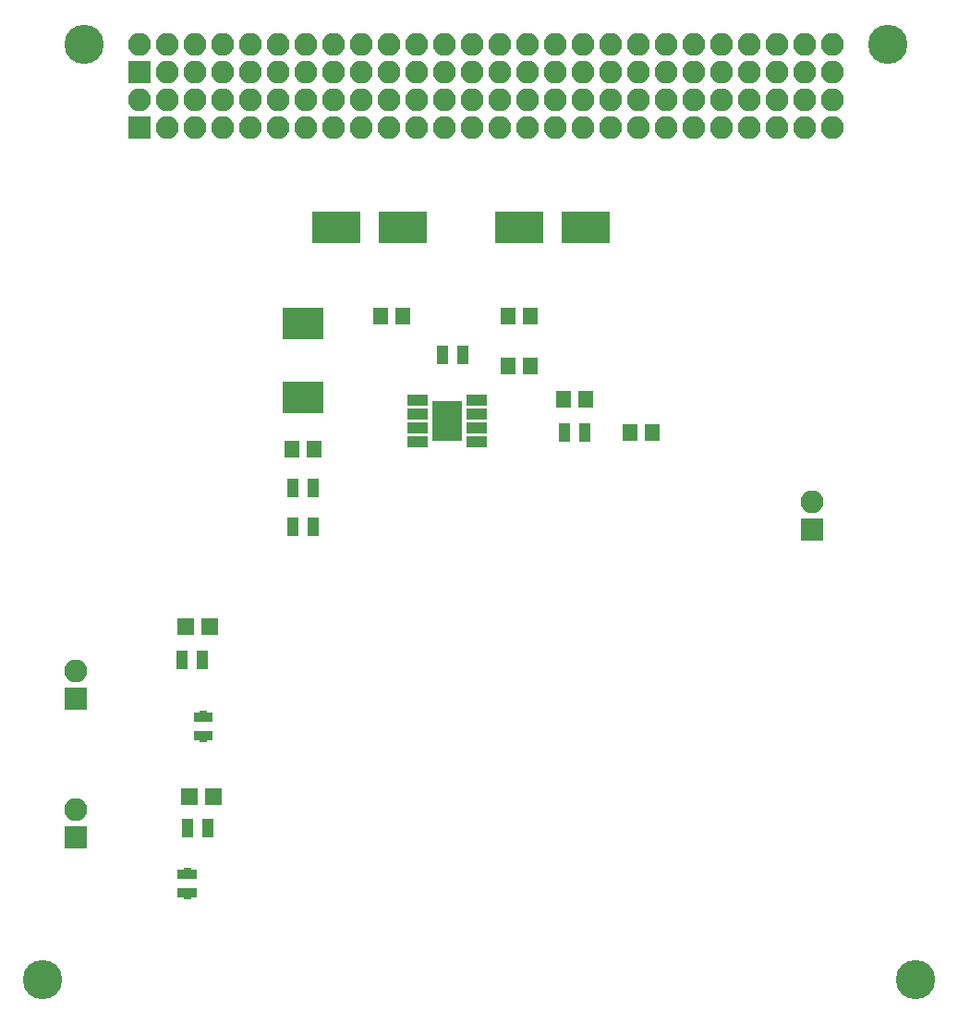
<source format=gts>
G04 #@! TF.GenerationSoftware,KiCad,Pcbnew,5.0.0*
G04 #@! TF.CreationDate,2018-07-30T09:59:34-05:00*
G04 #@! TF.ProjectId,PowerBoard,506F776572426F6172642E6B69636164,rev?*
G04 #@! TF.SameCoordinates,Original*
G04 #@! TF.FileFunction,Soldermask,Top*
G04 #@! TF.FilePolarity,Negative*
%FSLAX46Y46*%
G04 Gerber Fmt 4.6, Leading zero omitted, Abs format (unit mm)*
G04 Created by KiCad (PCBNEW 5.0.0) date Mon Jul 30 09:59:34 2018*
%MOMM*%
%LPD*%
G01*
G04 APERTURE LIST*
%ADD10R,4.400000X2.900000*%
%ADD11R,1.400000X1.650000*%
%ADD12R,3.700000X2.900000*%
%ADD13R,1.600000X1.600000*%
%ADD14R,2.100000X2.100000*%
%ADD15O,2.100000X2.100000*%
%ADD16R,1.100000X1.700000*%
%ADD17R,1.950000X1.000000*%
%ADD18R,1.600000X2.000000*%
%ADD19R,0.775000X0.900000*%
%ADD20R,0.700000X1.050000*%
%ADD21C,3.600000*%
G04 APERTURE END LIST*
D10*
G04 #@! TO.C,C1*
X152906000Y-70104000D03*
X159006000Y-70104000D03*
G04 #@! TD*
D11*
G04 #@! TO.C,C2*
X151908000Y-78232000D03*
X153908000Y-78232000D03*
G04 #@! TD*
G04 #@! TO.C,C3*
X163084000Y-88900000D03*
X165084000Y-88900000D03*
G04 #@! TD*
G04 #@! TO.C,C4*
X153908000Y-82804000D03*
X151908000Y-82804000D03*
G04 #@! TD*
G04 #@! TO.C,C5*
X156988000Y-85852000D03*
X158988000Y-85852000D03*
G04 #@! TD*
G04 #@! TO.C,C6*
X132096000Y-90424000D03*
X134096000Y-90424000D03*
G04 #@! TD*
G04 #@! TO.C,C7*
X142224000Y-78232000D03*
X140224000Y-78232000D03*
G04 #@! TD*
D10*
G04 #@! TO.C,C8*
X142242000Y-70104000D03*
X136142000Y-70104000D03*
G04 #@! TD*
D12*
G04 #@! TO.C,D1*
X133096000Y-78896000D03*
X133096000Y-85696000D03*
G04 #@! TD*
D13*
G04 #@! TO.C,D2*
X122344000Y-106680000D03*
X124544000Y-106680000D03*
G04 #@! TD*
D14*
G04 #@! TO.C,H1*
X118110000Y-60960000D03*
D15*
X118110000Y-58420000D03*
X120650000Y-60960000D03*
X120650000Y-58420000D03*
X123190000Y-60960000D03*
X123190000Y-58420000D03*
X125730000Y-60960000D03*
X125730000Y-58420000D03*
X128270000Y-60960000D03*
X128270000Y-58420000D03*
X130810000Y-60960000D03*
X130810000Y-58420000D03*
X133350000Y-60960000D03*
X133350000Y-58420000D03*
X135890000Y-60960000D03*
X135890000Y-58420000D03*
X138430000Y-60960000D03*
X138430000Y-58420000D03*
X140970000Y-60960000D03*
X140970000Y-58420000D03*
X143510000Y-60960000D03*
X143510000Y-58420000D03*
X146050000Y-60960000D03*
X146050000Y-58420000D03*
X148590000Y-60960000D03*
X148590000Y-58420000D03*
X151130000Y-60960000D03*
X151130000Y-58420000D03*
X153670000Y-60960000D03*
X153670000Y-58420000D03*
X156210000Y-60960000D03*
X156210000Y-58420000D03*
X158750000Y-60960000D03*
X158750000Y-58420000D03*
X161290000Y-60960000D03*
X161290000Y-58420000D03*
X163830000Y-60960000D03*
X163830000Y-58420000D03*
X166370000Y-60960000D03*
X166370000Y-58420000D03*
X168910000Y-60960000D03*
X168910000Y-58420000D03*
X171450000Y-60960000D03*
X171450000Y-58420000D03*
X173990000Y-60960000D03*
X173990000Y-58420000D03*
X176530000Y-60960000D03*
X176530000Y-58420000D03*
X179070000Y-60960000D03*
X179070000Y-58420000D03*
X181610000Y-60960000D03*
X181610000Y-58420000D03*
G04 #@! TD*
D14*
G04 #@! TO.C,H2*
X118110000Y-55879995D03*
D15*
X118110000Y-53339995D03*
X120650000Y-55879995D03*
X120650000Y-53339995D03*
X123190000Y-55879995D03*
X123190000Y-53339995D03*
X125730000Y-55879995D03*
X125730000Y-53339995D03*
X128270000Y-55879995D03*
X128270000Y-53339995D03*
X130810000Y-55879995D03*
X130810000Y-53339995D03*
X133350000Y-55879995D03*
X133350000Y-53339995D03*
X135890000Y-55879995D03*
X135890000Y-53339995D03*
X138430000Y-55879995D03*
X138430000Y-53339995D03*
X140970000Y-55879995D03*
X140970000Y-53339995D03*
X143510000Y-55879995D03*
X143510000Y-53339995D03*
X146050000Y-55879995D03*
X146050000Y-53339995D03*
X148590000Y-55879995D03*
X148590000Y-53339995D03*
X151130000Y-55879995D03*
X151130000Y-53339995D03*
X153670000Y-55879995D03*
X153670000Y-53339995D03*
X156210000Y-55879995D03*
X156210000Y-53339995D03*
X158750000Y-55879995D03*
X158750000Y-53339995D03*
X161290000Y-55879995D03*
X161290000Y-53339995D03*
X163830000Y-55879995D03*
X163830000Y-53339995D03*
X166370000Y-55879995D03*
X166370000Y-53339995D03*
X168910000Y-55879995D03*
X168910000Y-53339995D03*
X171450000Y-55879995D03*
X171450000Y-53339995D03*
X173990000Y-55879995D03*
X173990000Y-53339995D03*
X176530000Y-55879995D03*
X176530000Y-53339995D03*
X179070000Y-55879995D03*
X179070000Y-53339995D03*
X181610000Y-55879995D03*
X181610000Y-53339995D03*
G04 #@! TD*
D14*
G04 #@! TO.C,J1*
X112268000Y-113284000D03*
D15*
X112268000Y-110744000D03*
G04 #@! TD*
D16*
G04 #@! TO.C,L1*
X147762000Y-81788000D03*
X145862000Y-81788000D03*
G04 #@! TD*
G04 #@! TO.C,R1*
X132146000Y-93980000D03*
X134046000Y-93980000D03*
G04 #@! TD*
G04 #@! TO.C,R2*
X134046000Y-97536000D03*
X132146000Y-97536000D03*
G04 #@! TD*
G04 #@! TO.C,R3*
X157038000Y-88900000D03*
X158938000Y-88900000D03*
G04 #@! TD*
G04 #@! TO.C,R4*
X123886000Y-109728000D03*
X121986000Y-109728000D03*
G04 #@! TD*
D17*
G04 #@! TO.C,U1*
X149004000Y-89789000D03*
X149004000Y-88519000D03*
X149004000Y-87249000D03*
X149004000Y-85979000D03*
X143604000Y-85979000D03*
X143604000Y-87249000D03*
X143604000Y-88519000D03*
X143604000Y-89789000D03*
D18*
X145704000Y-87084000D03*
X145704000Y-88684000D03*
X146904000Y-87084000D03*
X146904000Y-88684000D03*
G04 #@! TD*
D19*
G04 #@! TO.C,Q1*
X124489500Y-114974000D03*
X123414500Y-114974000D03*
D20*
X123952000Y-116749000D03*
X123952000Y-114899000D03*
D19*
X123414500Y-116674000D03*
X124489500Y-116674000D03*
G04 #@! TD*
D21*
G04 #@! TO.C,REF\002A\002A*
X113030000Y-53340000D03*
G04 #@! TD*
G04 #@! TO.C,REF\002A\002A*
X186690000Y-53340000D03*
G04 #@! TD*
G04 #@! TO.C,REF\002A\002A*
X109220000Y-139070000D03*
G04 #@! TD*
G04 #@! TO.C,REF\002A\002A*
X189230000Y-139070000D03*
G04 #@! TD*
D13*
G04 #@! TO.C,D3*
X122661500Y-122237500D03*
X124861500Y-122237500D03*
G04 #@! TD*
D14*
G04 #@! TO.C,J2*
X112268000Y-125984000D03*
D15*
X112268000Y-123444000D03*
G04 #@! TD*
D19*
G04 #@! TO.C,Q2*
X123029000Y-129388500D03*
X121954000Y-129388500D03*
D20*
X122491500Y-131163500D03*
X122491500Y-129313500D03*
D19*
X121954000Y-131088500D03*
X123029000Y-131088500D03*
G04 #@! TD*
D16*
G04 #@! TO.C,R5*
X124394000Y-125158500D03*
X122494000Y-125158500D03*
G04 #@! TD*
D14*
G04 #@! TO.C,J3*
X179730400Y-97840800D03*
D15*
X179730400Y-95300800D03*
G04 #@! TD*
M02*

</source>
